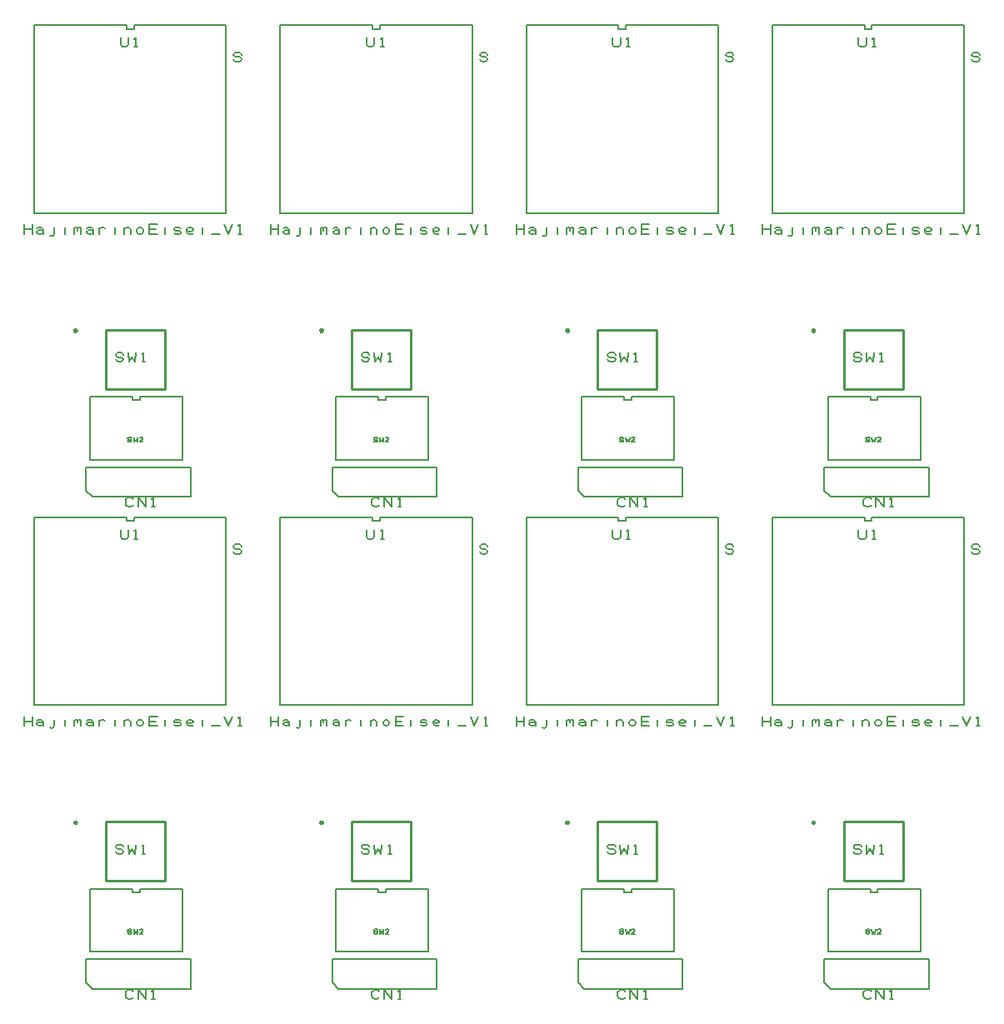
<source format=gbr>
G04 EasyPC Gerber Version 20.0.2 Build 4112 *
%FSLAX35Y35*%
%MOIN*%
%ADD74C,0.00500*%
%ADD11C,0.01000*%
X0Y0D02*
D02*
D11*
X33721Y80167D02*
X33707Y80054D01*
X33667Y79946*
X33601Y79852*
X33515Y79776*
X33414Y79722*
X33302Y79695*
X33188*
X33076Y79722*
X32975Y79776*
X32889Y79852*
X32824Y79946*
X32783Y80053*
X32769Y80167*
X33721D02*
X33707Y80054D01*
X33667Y79946*
X33601Y79852*
X33515Y79776*
X33414Y79722*
X33302Y79695*
X33188*
X33076Y79722*
X32975Y79776*
X32889Y79852*
X32824Y79946*
X32783Y80053*
X32769Y80167*
X32783Y80281*
X32823Y80389*
X32889Y80483*
X32974Y80559*
X33076Y80612*
X33187Y80640*
X33302*
X33413Y80612*
X33515Y80559*
X33601Y80483*
X33666Y80389*
X33707Y80281*
X33721Y80167*
Y277018D02*
X33707Y276904D01*
X33667Y276796*
X33601Y276702*
X33515Y276626*
X33414Y276573*
X33302Y276545*
X33188*
X33076Y276573*
X32975Y276626*
X32889Y276702*
X32824Y276796*
X32783Y276904*
X32769Y277018*
X33721D02*
X33707Y276904D01*
X33667Y276796*
X33601Y276702*
X33515Y276626*
X33414Y276573*
X33302Y276545*
X33188*
X33076Y276573*
X32975Y276626*
X32889Y276702*
X32824Y276796*
X32783Y276904*
X32769Y277018*
X32783Y277131*
X32823Y277239*
X32889Y277333*
X32974Y277409*
X33076Y277463*
X33187Y277490*
X33302*
X33413Y277463*
X33515Y277409*
X33601Y277333*
X33666Y277239*
X33707Y277132*
X33721Y277018*
X45481Y56785D02*
X69103D01*
Y80407*
X45481*
Y56785*
Y253636D02*
X69103D01*
Y277258*
X45481*
Y253636*
X132146Y80167D02*
X132132Y80054D01*
X132092Y79946*
X132026Y79852*
X131941Y79776*
X131839Y79722*
X131728Y79695*
X131613*
X131502Y79722*
X131400Y79776*
X131314Y79852*
X131249Y79946*
X131208Y80053*
X131194Y80167*
X132146D02*
X132132Y80054D01*
X132092Y79946*
X132026Y79852*
X131941Y79776*
X131839Y79722*
X131728Y79695*
X131613*
X131502Y79722*
X131400Y79776*
X131314Y79852*
X131249Y79946*
X131208Y80053*
X131194Y80167*
X131208Y80281*
X131248Y80389*
X131314Y80483*
X131400Y80559*
X131501Y80612*
X131613Y80640*
X131727*
X131839Y80612*
X131940Y80559*
X132026Y80483*
X132091Y80389*
X132132Y80281*
X132146Y80167*
Y277018D02*
X132132Y276904D01*
X132092Y276796*
X132026Y276702*
X131941Y276626*
X131839Y276573*
X131728Y276545*
X131613*
X131502Y276573*
X131400Y276626*
X131314Y276702*
X131249Y276796*
X131208Y276904*
X131194Y277018*
X132146D02*
X132132Y276904D01*
X132092Y276796*
X132026Y276702*
X131941Y276626*
X131839Y276573*
X131728Y276545*
X131613*
X131502Y276573*
X131400Y276626*
X131314Y276702*
X131249Y276796*
X131208Y276904*
X131194Y277018*
X131208Y277131*
X131248Y277239*
X131314Y277333*
X131400Y277409*
X131501Y277463*
X131613Y277490*
X131727*
X131839Y277463*
X131940Y277409*
X132026Y277333*
X132091Y277239*
X132132Y277132*
X132146Y277018*
X143906Y56785D02*
X167528D01*
Y80407*
X143906*
Y56785*
Y253636D02*
X167528D01*
Y277258*
X143906*
Y253636*
X230571Y80167D02*
X230557Y80054D01*
X230517Y79946*
X230452Y79852*
X230366Y79776*
X230264Y79722*
X230153Y79695*
X230038*
X229927Y79722*
X229825Y79776*
X229739Y79852*
X229674Y79946*
X229633Y80053*
X229619Y80167*
X230571D02*
X230557Y80054D01*
X230517Y79946*
X230452Y79852*
X230366Y79776*
X230264Y79722*
X230153Y79695*
X230038*
X229927Y79722*
X229825Y79776*
X229739Y79852*
X229674Y79946*
X229633Y80053*
X229619Y80167*
X229633Y80281*
X229674Y80389*
X229739Y80483*
X229825Y80559*
X229926Y80612*
X230038Y80640*
X230152*
X230264Y80612*
X230365Y80559*
X230451Y80483*
X230517Y80389*
X230557Y80281*
X230571Y80167*
Y277018D02*
X230557Y276904D01*
X230517Y276796*
X230452Y276702*
X230366Y276626*
X230264Y276573*
X230153Y276545*
X230038*
X229927Y276573*
X229825Y276626*
X229739Y276702*
X229674Y276796*
X229633Y276904*
X229619Y277018*
X230571D02*
X230557Y276904D01*
X230517Y276796*
X230452Y276702*
X230366Y276626*
X230264Y276573*
X230153Y276545*
X230038*
X229927Y276573*
X229825Y276626*
X229739Y276702*
X229674Y276796*
X229633Y276904*
X229619Y277018*
X229633Y277131*
X229674Y277239*
X229739Y277333*
X229825Y277409*
X229926Y277463*
X230038Y277490*
X230152*
X230264Y277463*
X230365Y277409*
X230451Y277333*
X230517Y277239*
X230557Y277132*
X230571Y277018*
X242331Y56785D02*
X265954D01*
Y80407*
X242331*
Y56785*
Y253636D02*
X265954D01*
Y277258*
X242331*
Y253636*
X328996Y80167D02*
X328983Y80054D01*
X328942Y79946*
X328877Y79852*
X328791Y79776*
X328689Y79722*
X328578Y79695*
X328463*
X328352Y79722*
X328250Y79776*
X328165Y79852*
X328099Y79946*
X328059Y80053*
X328044Y80167*
X328996D02*
X328983Y80054D01*
X328942Y79946*
X328877Y79852*
X328791Y79776*
X328689Y79722*
X328578Y79695*
X328463*
X328352Y79722*
X328250Y79776*
X328165Y79852*
X328099Y79946*
X328059Y80053*
X328044Y80167*
X328058Y80281*
X328099Y80389*
X328164Y80483*
X328250Y80559*
X328352Y80612*
X328463Y80640*
X328578*
X328689Y80612*
X328791Y80559*
X328876Y80483*
X328942Y80389*
X328982Y80281*
X328996Y80167*
Y277018D02*
X328983Y276904D01*
X328942Y276796*
X328877Y276702*
X328791Y276626*
X328689Y276573*
X328578Y276545*
X328463*
X328352Y276573*
X328250Y276626*
X328165Y276702*
X328099Y276796*
X328059Y276904*
X328044Y277018*
X328996D02*
X328983Y276904D01*
X328942Y276796*
X328877Y276702*
X328791Y276626*
X328689Y276573*
X328578Y276545*
X328463*
X328352Y276573*
X328250Y276626*
X328165Y276702*
X328099Y276796*
X328059Y276904*
X328044Y277018*
X328058Y277131*
X328099Y277239*
X328164Y277333*
X328250Y277409*
X328352Y277463*
X328463Y277490*
X328578*
X328689Y277463*
X328791Y277409*
X328876Y277333*
X328942Y277239*
X328982Y277132*
X328996Y277018*
X340757Y56785D02*
X364379D01*
Y80407*
X340757*
Y56785*
Y253636D02*
X364379D01*
Y277258*
X340757*
Y253636*
D02*
D74*
X13001Y118746D02*
Y122496D01*
Y120622D02*
X16126D01*
Y118746D02*
Y122496D01*
X18001Y120934D02*
X18626Y121246D01*
X19563*
X20188Y120934*
X20501Y120309*
Y119372*
X20188Y119059*
X19563Y118746*
X18938*
X18313Y119059*
X18001Y119372*
Y119684*
X18313Y119996*
X18938Y120309*
X19563*
X20188Y119996*
X20501Y119684*
Y119372D02*
Y118746D01*
X23313Y118122D02*
X23938Y117809D01*
X24563Y118122*
X24876Y118746*
Y121246*
Y122184D02*
X29251Y118746*
Y121246D01*
Y122184D02*
X33001Y118746*
Y121246D01*
Y120934D02*
X33313Y121246D01*
X33938*
X34251Y120934*
Y119996*
Y120934D02*
X34563Y121246D01*
X35188*
X35501Y120934*
Y118746*
X38001Y120934D02*
X38626Y121246D01*
X39563*
X40188Y120934*
X40501Y120309*
Y119372*
X40188Y119059*
X39563Y118746*
X38938*
X38313Y119059*
X38001Y119372*
Y119684*
X38313Y119996*
X38938Y120309*
X39563*
X40188Y119996*
X40501Y119684*
Y119372D02*
Y118746D01*
X43001D02*
Y121246D01*
Y120309D02*
X43313Y120934D01*
X43938Y121246*
X44563*
X45188Y120934*
X49251Y118746D02*
Y121246D01*
Y122184D02*
X53001Y118746*
Y121246D01*
Y120309D02*
X53313Y120934D01*
X53938Y121246*
X54563*
X55188Y120934*
X55501Y120309*
Y118746*
X58001Y119684D02*
X58313Y119059D01*
X58938Y118746*
X59563*
X60188Y119059*
X60501Y119684*
Y120309*
X60188Y120934*
X59563Y121246*
X58938*
X58313Y120934*
X58001Y120309*
Y119684*
X63001Y118746D02*
Y122496D01*
X66126*
X65501Y120622D02*
X63001D01*
Y118746D02*
X66126D01*
X69251D02*
Y121246D01*
Y122184D02*
X73001Y119059*
X73626Y118746D01*
X74876*
X75501Y119059*
Y119684*
X74876Y119996*
X73626*
X73001Y120309*
Y120934*
X73626Y121246*
X74876*
X75501Y120934*
X80501Y119059D02*
X80188Y118746D01*
X79563*
X78938*
X78313Y119059*
X78001Y119684*
Y120622*
X78313Y120934*
X78938Y121246*
X79563*
X80188Y120934*
X80501Y120622*
Y120309*
X80188Y119996*
X79563Y119684*
X78938*
X78313Y119996*
X78001Y120309*
X84251Y118746D02*
Y121246D01*
Y122184D02*
X88001Y118746*
X91126D01*
X93001Y122496D02*
X94563Y118746D01*
X96126Y122496*
X98626Y118746D02*
X99876D01*
X99251D02*
Y122496D01*
X98626Y121872*
X13001Y315597D02*
Y319347D01*
Y317472D02*
X16126D01*
Y315597D02*
Y319347D01*
X18001Y317785D02*
X18626Y318097D01*
X19563*
X20188Y317785*
X20501Y317159*
Y316222*
X20188Y315909*
X19563Y315597*
X18938*
X18313Y315909*
X18001Y316222*
Y316535*
X18313Y316847*
X18938Y317159*
X19563*
X20188Y316847*
X20501Y316535*
Y316222D02*
Y315597D01*
X23313Y314972D02*
X23938Y314659D01*
X24563Y314972*
X24876Y315597*
Y318097*
Y319035D02*
X29251Y315597*
Y318097D01*
Y319035D02*
X33001Y315597*
Y318097D01*
Y317785D02*
X33313Y318097D01*
X33938*
X34251Y317785*
Y316847*
Y317785D02*
X34563Y318097D01*
X35188*
X35501Y317785*
Y315597*
X38001Y317785D02*
X38626Y318097D01*
X39563*
X40188Y317785*
X40501Y317159*
Y316222*
X40188Y315909*
X39563Y315597*
X38938*
X38313Y315909*
X38001Y316222*
Y316535*
X38313Y316847*
X38938Y317159*
X39563*
X40188Y316847*
X40501Y316535*
Y316222D02*
Y315597D01*
X43001D02*
Y318097D01*
Y317159D02*
X43313Y317785D01*
X43938Y318097*
X44563*
X45188Y317785*
X49251Y315597D02*
Y318097D01*
Y319035D02*
X53001Y315597*
Y318097D01*
Y317159D02*
X53313Y317785D01*
X53938Y318097*
X54563*
X55188Y317785*
X55501Y317159*
Y315597*
X58001Y316535D02*
X58313Y315909D01*
X58938Y315597*
X59563*
X60188Y315909*
X60501Y316535*
Y317159*
X60188Y317785*
X59563Y318097*
X58938*
X58313Y317785*
X58001Y317159*
Y316535*
X63001Y315597D02*
Y319347D01*
X66126*
X65501Y317472D02*
X63001D01*
Y315597D02*
X66126D01*
X69251D02*
Y318097D01*
Y319035D02*
X73001Y315909*
X73626Y315597D01*
X74876*
X75501Y315909*
Y316535*
X74876Y316847*
X73626*
X73001Y317159*
Y317785*
X73626Y318097*
X74876*
X75501Y317785*
X80501Y315909D02*
X80188Y315597D01*
X79563*
X78938*
X78313Y315909*
X78001Y316535*
Y317472*
X78313Y317785*
X78938Y318097*
X79563*
X80188Y317785*
X80501Y317472*
Y317159*
X80188Y316847*
X79563Y316535*
X78938*
X78313Y316847*
X78001Y317159*
X84251Y315597D02*
Y318097D01*
Y319035D02*
X88001Y315597*
X91126D01*
X93001Y319347D02*
X94563Y315597D01*
X96126Y319347*
X98626Y315597D02*
X99876D01*
X99251D02*
Y319347D01*
X98626Y318722*
X37607Y25329D02*
X79418D01*
Y13518*
X40107*
X37607Y16018*
Y25329*
Y222179D02*
X79418D01*
Y210368*
X40107*
X37607Y212868*
Y222179*
X49418Y68503D02*
X49731Y67878D01*
X50356Y67565*
X51606*
X52231Y67878*
X52543Y68503*
X52231Y69128*
X51606Y69441*
X50356*
X49731Y69753*
X49418Y70378*
X49731Y71003*
X50356Y71315*
X51606*
X52231Y71003*
X52543Y70378*
X54418Y71315D02*
X54731Y67565D01*
X55981Y69441*
X57231Y67565*
X57543Y71315*
X60043Y67565D02*
X61293D01*
X60668D02*
Y71315D01*
X60043Y70691*
X49418Y265354D02*
X49731Y264728D01*
X50356Y264416*
X51606*
X52231Y264728*
X52543Y265354*
X52231Y265978*
X51606Y266291*
X50356*
X49731Y266604*
X49418Y267228*
X49731Y267854*
X50356Y268166*
X51606*
X52231Y267854*
X52543Y267228*
X54418Y268166D02*
X54731Y264416D01*
X55981Y266291*
X57231Y264416*
X57543Y268166*
X60043Y264416D02*
X61293D01*
X60668D02*
Y268166D01*
X60043Y267541*
X51387Y197300D02*
Y194487D01*
X51699Y193862*
X52324Y193550*
X53574*
X54199Y193862*
X54512Y194487*
Y197300*
X57012Y193550D02*
X58262D01*
X57637D02*
Y197300D01*
X57012Y196675*
X51387Y394150D02*
Y391338D01*
X51699Y390713*
X52324Y390400*
X53574*
X54199Y390713*
X54512Y391338*
Y394150*
X57012Y390400D02*
X58262D01*
X57637D02*
Y394150D01*
X57012Y393525*
X56480Y10120D02*
X56168Y9807D01*
X55543Y9494*
X54605*
X53980Y9807*
X53668Y10120*
X53355Y10744*
Y11994*
X53668Y12620*
X53980Y12932*
X54605Y13244*
X55543*
X56168Y12932*
X56480Y12620*
X58355Y9494D02*
Y13244D01*
X61480Y9494*
Y13244*
X63980Y9494D02*
X65230D01*
X64605D02*
Y13244D01*
X63980Y12620*
X56480Y206970D02*
X56168Y206657D01*
X55543Y206345*
X54605*
X53980Y206657*
X53668Y206970*
X53355Y207595*
Y208845*
X53668Y209470*
X53980Y209783*
X54605Y210095*
X55543*
X56168Y209783*
X56480Y209470*
X58355Y206345D02*
Y210095D01*
X61480Y206345*
Y210095*
X63980Y206345D02*
X65230D01*
X64605D02*
Y210095D01*
X63980Y209470*
X54339Y36018D02*
X54487Y35722D01*
X54782Y35575*
X55373*
X55668Y35722*
X55816Y36018*
X55668Y36313*
X55373Y36461*
X54782*
X54487Y36608*
X54339Y36904*
X54487Y37199*
X54782Y37346*
X55373*
X55668Y37199*
X55816Y36904*
X56702Y37346D02*
X56849Y35575D01*
X57440Y36461*
X58030Y35575*
X58178Y37346*
X60245Y35575D02*
X59064D01*
X60097Y36608*
X60245Y36904*
X60097Y37199*
X59802Y37346*
X59359*
X59064Y37199*
X54339Y232868D02*
X54487Y232573D01*
X54782Y232425*
X55373*
X55668Y232573*
X55816Y232868*
X55668Y233163*
X55373Y233311*
X54782*
X54487Y233459*
X54339Y233754*
X54487Y234049*
X54782Y234197*
X55373*
X55668Y234049*
X55816Y233754*
X56702Y234197D02*
X56849Y232425D01*
X57440Y233311*
X58030Y232425*
X58178Y234197*
X60245Y232425D02*
X59064D01*
X60097Y233459*
X60245Y233754*
X60097Y234049*
X59802Y234197*
X59359*
X59064Y234049*
X76091Y53636D02*
Y28380D01*
X39083*
Y53636*
X56111*
Y52159*
X59064*
Y53636*
X76091*
Y250486D02*
Y225230D01*
X39083*
Y250486*
X56111*
Y249010*
X59064*
Y250486*
X76091*
X93611Y202238D02*
Y127041D01*
X16839*
Y202238*
X53749*
Y200762*
X56702*
Y202238*
X93611*
Y399089D02*
Y323892D01*
X16839*
Y399089*
X53749*
Y397612*
X56702*
Y399089*
X93611*
X96662Y188582D02*
X96975Y187957D01*
X97600Y187644*
X98850*
X99475Y187957*
X99787Y188582*
X99475Y189207*
X98850Y189519*
X97600*
X96975Y189832*
X96662Y190457*
X96975Y191082*
X97600Y191394*
X98850*
X99475Y191082*
X99787Y190457*
X96662Y385432D02*
X96975Y384807D01*
X97600Y384494*
X98850*
X99475Y384807*
X99787Y385432*
X99475Y386057*
X98850Y386370*
X97600*
X96975Y386682*
X96662Y387307*
X96975Y387932*
X97600Y388244*
X98850*
X99475Y387932*
X99787Y387307*
X111426Y118746D02*
Y122496D01*
Y120622D02*
X114551D01*
Y118746D02*
Y122496D01*
X116426Y120934D02*
X117051Y121246D01*
X117989*
X118613Y120934*
X118926Y120309*
Y119372*
X118613Y119059*
X117989Y118746*
X117363*
X116739Y119059*
X116426Y119372*
Y119684*
X116739Y119996*
X117363Y120309*
X117989*
X118613Y119996*
X118926Y119684*
Y119372D02*
Y118746D01*
X121739Y118122D02*
X122363Y117809D01*
X122989Y118122*
X123301Y118746*
Y121246*
Y122184D02*
X127676Y118746*
Y121246D01*
Y122184D02*
X131426Y118746*
Y121246D01*
Y120934D02*
X131739Y121246D01*
X132363*
X132676Y120934*
Y119996*
Y120934D02*
X132989Y121246D01*
X133613*
X133926Y120934*
Y118746*
X136426Y120934D02*
X137051Y121246D01*
X137989*
X138613Y120934*
X138926Y120309*
Y119372*
X138613Y119059*
X137989Y118746*
X137363*
X136739Y119059*
X136426Y119372*
Y119684*
X136739Y119996*
X137363Y120309*
X137989*
X138613Y119996*
X138926Y119684*
Y119372D02*
Y118746D01*
X141426D02*
Y121246D01*
Y120309D02*
X141739Y120934D01*
X142363Y121246*
X142989*
X143613Y120934*
X147676Y118746D02*
Y121246D01*
Y122184D02*
X151426Y118746*
Y121246D01*
Y120309D02*
X151739Y120934D01*
X152363Y121246*
X152989*
X153613Y120934*
X153926Y120309*
Y118746*
X156426Y119684D02*
X156739Y119059D01*
X157363Y118746*
X157989*
X158613Y119059*
X158926Y119684*
Y120309*
X158613Y120934*
X157989Y121246*
X157363*
X156739Y120934*
X156426Y120309*
Y119684*
X161426Y118746D02*
Y122496D01*
X164551*
X163926Y120622D02*
X161426D01*
Y118746D02*
X164551D01*
X167676D02*
Y121246D01*
Y122184D02*
X171426Y119059*
X172051Y118746D01*
X173301*
X173926Y119059*
Y119684*
X173301Y119996*
X172051*
X171426Y120309*
Y120934*
X172051Y121246*
X173301*
X173926Y120934*
X178926Y119059D02*
X178613Y118746D01*
X177989*
X177363*
X176739Y119059*
X176426Y119684*
Y120622*
X176739Y120934*
X177363Y121246*
X177989*
X178613Y120934*
X178926Y120622*
Y120309*
X178613Y119996*
X177989Y119684*
X177363*
X176739Y119996*
X176426Y120309*
X182676Y118746D02*
Y121246D01*
Y122184D02*
X186426Y118746*
X189551D01*
X191426Y122496D02*
X192989Y118746D01*
X194551Y122496*
X197051Y118746D02*
X198301D01*
X197676D02*
Y122496D01*
X197051Y121872*
X111426Y315597D02*
Y319347D01*
Y317472D02*
X114551D01*
Y315597D02*
Y319347D01*
X116426Y317785D02*
X117051Y318097D01*
X117989*
X118613Y317785*
X118926Y317159*
Y316222*
X118613Y315909*
X117989Y315597*
X117363*
X116739Y315909*
X116426Y316222*
Y316535*
X116739Y316847*
X117363Y317159*
X117989*
X118613Y316847*
X118926Y316535*
Y316222D02*
Y315597D01*
X121739Y314972D02*
X122363Y314659D01*
X122989Y314972*
X123301Y315597*
Y318097*
Y319035D02*
X127676Y315597*
Y318097D01*
Y319035D02*
X131426Y315597*
Y318097D01*
Y317785D02*
X131739Y318097D01*
X132363*
X132676Y317785*
Y316847*
Y317785D02*
X132989Y318097D01*
X133613*
X133926Y317785*
Y315597*
X136426Y317785D02*
X137051Y318097D01*
X137989*
X138613Y317785*
X138926Y317159*
Y316222*
X138613Y315909*
X137989Y315597*
X137363*
X136739Y315909*
X136426Y316222*
Y316535*
X136739Y316847*
X137363Y317159*
X137989*
X138613Y316847*
X138926Y316535*
Y316222D02*
Y315597D01*
X141426D02*
Y318097D01*
Y317159D02*
X141739Y317785D01*
X142363Y318097*
X142989*
X143613Y317785*
X147676Y315597D02*
Y318097D01*
Y319035D02*
X151426Y315597*
Y318097D01*
Y317159D02*
X151739Y317785D01*
X152363Y318097*
X152989*
X153613Y317785*
X153926Y317159*
Y315597*
X156426Y316535D02*
X156739Y315909D01*
X157363Y315597*
X157989*
X158613Y315909*
X158926Y316535*
Y317159*
X158613Y317785*
X157989Y318097*
X157363*
X156739Y317785*
X156426Y317159*
Y316535*
X161426Y315597D02*
Y319347D01*
X164551*
X163926Y317472D02*
X161426D01*
Y315597D02*
X164551D01*
X167676D02*
Y318097D01*
Y319035D02*
X171426Y315909*
X172051Y315597D01*
X173301*
X173926Y315909*
Y316535*
X173301Y316847*
X172051*
X171426Y317159*
Y317785*
X172051Y318097*
X173301*
X173926Y317785*
X178926Y315909D02*
X178613Y315597D01*
X177989*
X177363*
X176739Y315909*
X176426Y316535*
Y317472*
X176739Y317785*
X177363Y318097*
X177989*
X178613Y317785*
X178926Y317472*
Y317159*
X178613Y316847*
X177989Y316535*
X177363*
X176739Y316847*
X176426Y317159*
X182676Y315597D02*
Y318097D01*
Y319035D02*
X186426Y315597*
X189551D01*
X191426Y319347D02*
X192989Y315597D01*
X194551Y319347*
X197051Y315597D02*
X198301D01*
X197676D02*
Y319347D01*
X197051Y318722*
X136032Y25329D02*
X177843D01*
Y13518*
X138532*
X136032Y16018*
Y25329*
Y222179D02*
X177843D01*
Y210368*
X138532*
X136032Y212868*
Y222179*
X147843Y68503D02*
X148156Y67878D01*
X148781Y67565*
X150031*
X150656Y67878*
X150969Y68503*
X150656Y69128*
X150031Y69441*
X148781*
X148156Y69753*
X147843Y70378*
X148156Y71003*
X148781Y71315*
X150031*
X150656Y71003*
X150969Y70378*
X152843Y71315D02*
X153156Y67565D01*
X154406Y69441*
X155656Y67565*
X155969Y71315*
X158469Y67565D02*
X159719D01*
X159093D02*
Y71315D01*
X158469Y70691*
X147843Y265354D02*
X148156Y264728D01*
X148781Y264416*
X150031*
X150656Y264728*
X150969Y265354*
X150656Y265978*
X150031Y266291*
X148781*
X148156Y266604*
X147843Y267228*
X148156Y267854*
X148781Y268166*
X150031*
X150656Y267854*
X150969Y267228*
X152843Y268166D02*
X153156Y264416D01*
X154406Y266291*
X155656Y264416*
X155969Y268166*
X158469Y264416D02*
X159719D01*
X159093D02*
Y268166D01*
X158469Y267541*
X149812Y197300D02*
Y194487D01*
X150124Y193862*
X150749Y193550*
X151999*
X152624Y193862*
X152937Y194487*
Y197300*
X155437Y193550D02*
X156687D01*
X156062D02*
Y197300D01*
X155437Y196675*
X149812Y394150D02*
Y391338D01*
X150124Y390713*
X150749Y390400*
X151999*
X152624Y390713*
X152937Y391338*
Y394150*
X155437Y390400D02*
X156687D01*
X156062D02*
Y394150D01*
X155437Y393525*
X154906Y10120D02*
X154593Y9807D01*
X153968Y9494*
X153030*
X152406Y9807*
X152093Y10120*
X151780Y10744*
Y11994*
X152093Y12620*
X152406Y12932*
X153030Y13244*
X153968*
X154593Y12932*
X154906Y12620*
X156780Y9494D02*
Y13244D01*
X159906Y9494*
Y13244*
X162406Y9494D02*
X163656D01*
X163030D02*
Y13244D01*
X162406Y12620*
X154906Y206970D02*
X154593Y206657D01*
X153968Y206345*
X153030*
X152406Y206657*
X152093Y206970*
X151780Y207595*
Y208845*
X152093Y209470*
X152406Y209783*
X153030Y210095*
X153968*
X154593Y209783*
X154906Y209470*
X156780Y206345D02*
Y210095D01*
X159906Y206345*
Y210095*
X162406Y206345D02*
X163656D01*
X163030D02*
Y210095D01*
X162406Y209470*
X152765Y36018D02*
X152912Y35722D01*
X153207Y35575*
X153798*
X154093Y35722*
X154241Y36018*
X154093Y36313*
X153798Y36461*
X153207*
X152912Y36608*
X152765Y36904*
X152912Y37199*
X153207Y37346*
X153798*
X154093Y37199*
X154241Y36904*
X155127Y37346D02*
X155274Y35575D01*
X155865Y36461*
X156456Y35575*
X156603Y37346*
X158670Y35575D02*
X157489D01*
X158522Y36608*
X158670Y36904*
X158522Y37199*
X158227Y37346*
X157784*
X157489Y37199*
X152765Y232868D02*
X152912Y232573D01*
X153207Y232425*
X153798*
X154093Y232573*
X154241Y232868*
X154093Y233163*
X153798Y233311*
X153207*
X152912Y233459*
X152765Y233754*
X152912Y234049*
X153207Y234197*
X153798*
X154093Y234049*
X154241Y233754*
X155127Y234197D02*
X155274Y232425D01*
X155865Y233311*
X156456Y232425*
X156603Y234197*
X158670Y232425D02*
X157489D01*
X158522Y233459*
X158670Y233754*
X158522Y234049*
X158227Y234197*
X157784*
X157489Y234049*
X174517Y53636D02*
Y28380D01*
X137509*
Y53636*
X154536*
Y52159*
X157489*
Y53636*
X174517*
Y250486D02*
Y225230D01*
X137509*
Y250486*
X154536*
Y249010*
X157489*
Y250486*
X174517*
X192036Y202238D02*
Y127041D01*
X115265*
Y202238*
X152174*
Y200762*
X155127*
Y202238*
X192036*
Y399089D02*
Y323892D01*
X115265*
Y399089*
X152174*
Y397612*
X155127*
Y399089*
X192036*
X195087Y188582D02*
X195400Y187957D01*
X196025Y187644*
X197275*
X197900Y187957*
X198213Y188582*
X197900Y189207*
X197275Y189519*
X196025*
X195400Y189832*
X195087Y190457*
X195400Y191082*
X196025Y191394*
X197275*
X197900Y191082*
X198213Y190457*
X195087Y385432D02*
X195400Y384807D01*
X196025Y384494*
X197275*
X197900Y384807*
X198213Y385432*
X197900Y386057*
X197275Y386370*
X196025*
X195400Y386682*
X195087Y387307*
X195400Y387932*
X196025Y388244*
X197275*
X197900Y387932*
X198213Y387307*
X209851Y118746D02*
Y122496D01*
Y120622D02*
X212976D01*
Y118746D02*
Y122496D01*
X214851Y120934D02*
X215476Y121246D01*
X216414*
X217039Y120934*
X217351Y120309*
Y119372*
X217039Y119059*
X216414Y118746*
X215789*
X215164Y119059*
X214851Y119372*
Y119684*
X215164Y119996*
X215789Y120309*
X216414*
X217039Y119996*
X217351Y119684*
Y119372D02*
Y118746D01*
X220164Y118122D02*
X220789Y117809D01*
X221414Y118122*
X221726Y118746*
Y121246*
Y122184D02*
X226101Y118746*
Y121246D01*
Y122184D02*
X229851Y118746*
Y121246D01*
Y120934D02*
X230164Y121246D01*
X230789*
X231101Y120934*
Y119996*
Y120934D02*
X231414Y121246D01*
X232039*
X232351Y120934*
Y118746*
X234851Y120934D02*
X235476Y121246D01*
X236414*
X237039Y120934*
X237351Y120309*
Y119372*
X237039Y119059*
X236414Y118746*
X235789*
X235164Y119059*
X234851Y119372*
Y119684*
X235164Y119996*
X235789Y120309*
X236414*
X237039Y119996*
X237351Y119684*
Y119372D02*
Y118746D01*
X239851D02*
Y121246D01*
Y120309D02*
X240164Y120934D01*
X240789Y121246*
X241414*
X242039Y120934*
X246101Y118746D02*
Y121246D01*
Y122184D02*
X249851Y118746*
Y121246D01*
Y120309D02*
X250164Y120934D01*
X250789Y121246*
X251414*
X252039Y120934*
X252351Y120309*
Y118746*
X254851Y119684D02*
X255164Y119059D01*
X255789Y118746*
X256414*
X257039Y119059*
X257351Y119684*
Y120309*
X257039Y120934*
X256414Y121246*
X255789*
X255164Y120934*
X254851Y120309*
Y119684*
X259851Y118746D02*
Y122496D01*
X262976*
X262351Y120622D02*
X259851D01*
Y118746D02*
X262976D01*
X266101D02*
Y121246D01*
Y122184D02*
X269851Y119059*
X270476Y118746D01*
X271726*
X272351Y119059*
Y119684*
X271726Y119996*
X270476*
X269851Y120309*
Y120934*
X270476Y121246*
X271726*
X272351Y120934*
X277351Y119059D02*
X277039Y118746D01*
X276414*
X275789*
X275164Y119059*
X274851Y119684*
Y120622*
X275164Y120934*
X275789Y121246*
X276414*
X277039Y120934*
X277351Y120622*
Y120309*
X277039Y119996*
X276414Y119684*
X275789*
X275164Y119996*
X274851Y120309*
X281101Y118746D02*
Y121246D01*
Y122184D02*
X284851Y118746*
X287976D01*
X289851Y122496D02*
X291414Y118746D01*
X292976Y122496*
X295476Y118746D02*
X296726D01*
X296101D02*
Y122496D01*
X295476Y121872*
X209851Y315597D02*
Y319347D01*
Y317472D02*
X212976D01*
Y315597D02*
Y319347D01*
X214851Y317785D02*
X215476Y318097D01*
X216414*
X217039Y317785*
X217351Y317159*
Y316222*
X217039Y315909*
X216414Y315597*
X215789*
X215164Y315909*
X214851Y316222*
Y316535*
X215164Y316847*
X215789Y317159*
X216414*
X217039Y316847*
X217351Y316535*
Y316222D02*
Y315597D01*
X220164Y314972D02*
X220789Y314659D01*
X221414Y314972*
X221726Y315597*
Y318097*
Y319035D02*
X226101Y315597*
Y318097D01*
Y319035D02*
X229851Y315597*
Y318097D01*
Y317785D02*
X230164Y318097D01*
X230789*
X231101Y317785*
Y316847*
Y317785D02*
X231414Y318097D01*
X232039*
X232351Y317785*
Y315597*
X234851Y317785D02*
X235476Y318097D01*
X236414*
X237039Y317785*
X237351Y317159*
Y316222*
X237039Y315909*
X236414Y315597*
X235789*
X235164Y315909*
X234851Y316222*
Y316535*
X235164Y316847*
X235789Y317159*
X236414*
X237039Y316847*
X237351Y316535*
Y316222D02*
Y315597D01*
X239851D02*
Y318097D01*
Y317159D02*
X240164Y317785D01*
X240789Y318097*
X241414*
X242039Y317785*
X246101Y315597D02*
Y318097D01*
Y319035D02*
X249851Y315597*
Y318097D01*
Y317159D02*
X250164Y317785D01*
X250789Y318097*
X251414*
X252039Y317785*
X252351Y317159*
Y315597*
X254851Y316535D02*
X255164Y315909D01*
X255789Y315597*
X256414*
X257039Y315909*
X257351Y316535*
Y317159*
X257039Y317785*
X256414Y318097*
X255789*
X255164Y317785*
X254851Y317159*
Y316535*
X259851Y315597D02*
Y319347D01*
X262976*
X262351Y317472D02*
X259851D01*
Y315597D02*
X262976D01*
X266101D02*
Y318097D01*
Y319035D02*
X269851Y315909*
X270476Y315597D01*
X271726*
X272351Y315909*
Y316535*
X271726Y316847*
X270476*
X269851Y317159*
Y317785*
X270476Y318097*
X271726*
X272351Y317785*
X277351Y315909D02*
X277039Y315597D01*
X276414*
X275789*
X275164Y315909*
X274851Y316535*
Y317472*
X275164Y317785*
X275789Y318097*
X276414*
X277039Y317785*
X277351Y317472*
Y317159*
X277039Y316847*
X276414Y316535*
X275789*
X275164Y316847*
X274851Y317159*
X281101Y315597D02*
Y318097D01*
Y319035D02*
X284851Y315597*
X287976D01*
X289851Y319347D02*
X291414Y315597D01*
X292976Y319347*
X295476Y315597D02*
X296726D01*
X296101D02*
Y319347D01*
X295476Y318722*
X234457Y25329D02*
X276269D01*
Y13518*
X236957*
X234457Y16018*
Y25329*
Y222179D02*
X276269D01*
Y210368*
X236957*
X234457Y212868*
Y222179*
X246269Y68503D02*
X246581Y67878D01*
X247206Y67565*
X248456*
X249081Y67878*
X249394Y68503*
X249081Y69128*
X248456Y69441*
X247206*
X246581Y69753*
X246269Y70378*
X246581Y71003*
X247206Y71315*
X248456*
X249081Y71003*
X249394Y70378*
X251269Y71315D02*
X251581Y67565D01*
X252831Y69441*
X254081Y67565*
X254394Y71315*
X256894Y67565D02*
X258144D01*
X257519D02*
Y71315D01*
X256894Y70691*
X246269Y265354D02*
X246581Y264728D01*
X247206Y264416*
X248456*
X249081Y264728*
X249394Y265354*
X249081Y265978*
X248456Y266291*
X247206*
X246581Y266604*
X246269Y267228*
X246581Y267854*
X247206Y268166*
X248456*
X249081Y267854*
X249394Y267228*
X251269Y268166D02*
X251581Y264416D01*
X252831Y266291*
X254081Y264416*
X254394Y268166*
X256894Y264416D02*
X258144D01*
X257519D02*
Y268166D01*
X256894Y267541*
X248237Y197300D02*
Y194487D01*
X248550Y193862*
X249174Y193550*
X250424*
X251050Y193862*
X251362Y194487*
Y197300*
X253862Y193550D02*
X255112D01*
X254487D02*
Y197300D01*
X253862Y196675*
X248237Y394150D02*
Y391338D01*
X248550Y390713*
X249174Y390400*
X250424*
X251050Y390713*
X251362Y391338*
Y394150*
X253862Y390400D02*
X255112D01*
X254487D02*
Y394150D01*
X253862Y393525*
X253331Y10120D02*
X253018Y9807D01*
X252393Y9494*
X251456*
X250831Y9807*
X250518Y10120*
X250206Y10744*
Y11994*
X250518Y12620*
X250831Y12932*
X251456Y13244*
X252393*
X253018Y12932*
X253331Y12620*
X255206Y9494D02*
Y13244D01*
X258331Y9494*
Y13244*
X260831Y9494D02*
X262081D01*
X261456D02*
Y13244D01*
X260831Y12620*
X253331Y206970D02*
X253018Y206657D01*
X252393Y206345*
X251456*
X250831Y206657*
X250518Y206970*
X250206Y207595*
Y208845*
X250518Y209470*
X250831Y209783*
X251456Y210095*
X252393*
X253018Y209783*
X253331Y209470*
X255206Y206345D02*
Y210095D01*
X258331Y206345*
Y210095*
X260831Y206345D02*
X262081D01*
X261456D02*
Y210095D01*
X260831Y209470*
X251190Y36018D02*
X251337Y35722D01*
X251633Y35575*
X252223*
X252519Y35722*
X252666Y36018*
X252519Y36313*
X252223Y36461*
X251633*
X251337Y36608*
X251190Y36904*
X251337Y37199*
X251633Y37346*
X252223*
X252519Y37199*
X252666Y36904*
X253552Y37346D02*
X253700Y35575D01*
X254290Y36461*
X254881Y35575*
X255028Y37346*
X257095Y35575D02*
X255914D01*
X256948Y36608*
X257095Y36904*
X256948Y37199*
X256652Y37346*
X256209*
X255914Y37199*
X251190Y232868D02*
X251337Y232573D01*
X251633Y232425*
X252223*
X252519Y232573*
X252666Y232868*
X252519Y233163*
X252223Y233311*
X251633*
X251337Y233459*
X251190Y233754*
X251337Y234049*
X251633Y234197*
X252223*
X252519Y234049*
X252666Y233754*
X253552Y234197D02*
X253700Y232425D01*
X254290Y233311*
X254881Y232425*
X255028Y234197*
X257095Y232425D02*
X255914D01*
X256948Y233459*
X257095Y233754*
X256948Y234049*
X256652Y234197*
X256209*
X255914Y234049*
X272942Y53636D02*
Y28380D01*
X235934*
Y53636*
X252961*
Y52159*
X255914*
Y53636*
X272942*
Y250486D02*
Y225230D01*
X235934*
Y250486*
X252961*
Y249010*
X255914*
Y250486*
X272942*
X290461Y202238D02*
Y127041D01*
X213690*
Y202238*
X250599*
Y200762*
X253552*
Y202238*
X290461*
Y399089D02*
Y323892D01*
X213690*
Y399089*
X250599*
Y397612*
X253552*
Y399089*
X290461*
X293513Y188582D02*
X293825Y187957D01*
X294450Y187644*
X295700*
X296325Y187957*
X296638Y188582*
X296325Y189207*
X295700Y189519*
X294450*
X293825Y189832*
X293513Y190457*
X293825Y191082*
X294450Y191394*
X295700*
X296325Y191082*
X296638Y190457*
X293513Y385432D02*
X293825Y384807D01*
X294450Y384494*
X295700*
X296325Y384807*
X296638Y385432*
X296325Y386057*
X295700Y386370*
X294450*
X293825Y386682*
X293513Y387307*
X293825Y387932*
X294450Y388244*
X295700*
X296325Y387932*
X296638Y387307*
X308276Y118746D02*
Y122496D01*
Y120622D02*
X311402D01*
Y118746D02*
Y122496D01*
X313276Y120934D02*
X313902Y121246D01*
X314839*
X315464Y120934*
X315776Y120309*
Y119372*
X315464Y119059*
X314839Y118746*
X314214*
X313589Y119059*
X313276Y119372*
Y119684*
X313589Y119996*
X314214Y120309*
X314839*
X315464Y119996*
X315776Y119684*
Y119372D02*
Y118746D01*
X318589Y118122D02*
X319214Y117809D01*
X319839Y118122*
X320152Y118746*
Y121246*
Y122184D02*
X324526Y118746*
Y121246D01*
Y122184D02*
X328276Y118746*
Y121246D01*
Y120934D02*
X328589Y121246D01*
X329214*
X329526Y120934*
Y119996*
Y120934D02*
X329839Y121246D01*
X330464*
X330776Y120934*
Y118746*
X333276Y120934D02*
X333902Y121246D01*
X334839*
X335464Y120934*
X335776Y120309*
Y119372*
X335464Y119059*
X334839Y118746*
X334214*
X333589Y119059*
X333276Y119372*
Y119684*
X333589Y119996*
X334214Y120309*
X334839*
X335464Y119996*
X335776Y119684*
Y119372D02*
Y118746D01*
X338276D02*
Y121246D01*
Y120309D02*
X338589Y120934D01*
X339214Y121246*
X339839*
X340464Y120934*
X344526Y118746D02*
Y121246D01*
Y122184D02*
X348276Y118746*
Y121246D01*
Y120309D02*
X348589Y120934D01*
X349214Y121246*
X349839*
X350464Y120934*
X350776Y120309*
Y118746*
X353276Y119684D02*
X353589Y119059D01*
X354214Y118746*
X354839*
X355464Y119059*
X355776Y119684*
Y120309*
X355464Y120934*
X354839Y121246*
X354214*
X353589Y120934*
X353276Y120309*
Y119684*
X358276Y118746D02*
Y122496D01*
X361402*
X360776Y120622D02*
X358276D01*
Y118746D02*
X361402D01*
X364526D02*
Y121246D01*
Y122184D02*
X368276Y119059*
X368902Y118746D01*
X370152*
X370776Y119059*
Y119684*
X370152Y119996*
X368902*
X368276Y120309*
Y120934*
X368902Y121246*
X370152*
X370776Y120934*
X375776Y119059D02*
X375464Y118746D01*
X374839*
X374214*
X373589Y119059*
X373276Y119684*
Y120622*
X373589Y120934*
X374214Y121246*
X374839*
X375464Y120934*
X375776Y120622*
Y120309*
X375464Y119996*
X374839Y119684*
X374214*
X373589Y119996*
X373276Y120309*
X379526Y118746D02*
Y121246D01*
Y122184D02*
X383276Y118746*
X386402D01*
X388276Y122496D02*
X389839Y118746D01*
X391402Y122496*
X393902Y118746D02*
X395152D01*
X394526D02*
Y122496D01*
X393902Y121872*
X308276Y315597D02*
Y319347D01*
Y317472D02*
X311402D01*
Y315597D02*
Y319347D01*
X313276Y317785D02*
X313902Y318097D01*
X314839*
X315464Y317785*
X315776Y317159*
Y316222*
X315464Y315909*
X314839Y315597*
X314214*
X313589Y315909*
X313276Y316222*
Y316535*
X313589Y316847*
X314214Y317159*
X314839*
X315464Y316847*
X315776Y316535*
Y316222D02*
Y315597D01*
X318589Y314972D02*
X319214Y314659D01*
X319839Y314972*
X320152Y315597*
Y318097*
Y319035D02*
X324526Y315597*
Y318097D01*
Y319035D02*
X328276Y315597*
Y318097D01*
Y317785D02*
X328589Y318097D01*
X329214*
X329526Y317785*
Y316847*
Y317785D02*
X329839Y318097D01*
X330464*
X330776Y317785*
Y315597*
X333276Y317785D02*
X333902Y318097D01*
X334839*
X335464Y317785*
X335776Y317159*
Y316222*
X335464Y315909*
X334839Y315597*
X334214*
X333589Y315909*
X333276Y316222*
Y316535*
X333589Y316847*
X334214Y317159*
X334839*
X335464Y316847*
X335776Y316535*
Y316222D02*
Y315597D01*
X338276D02*
Y318097D01*
Y317159D02*
X338589Y317785D01*
X339214Y318097*
X339839*
X340464Y317785*
X344526Y315597D02*
Y318097D01*
Y319035D02*
X348276Y315597*
Y318097D01*
Y317159D02*
X348589Y317785D01*
X349214Y318097*
X349839*
X350464Y317785*
X350776Y317159*
Y315597*
X353276Y316535D02*
X353589Y315909D01*
X354214Y315597*
X354839*
X355464Y315909*
X355776Y316535*
Y317159*
X355464Y317785*
X354839Y318097*
X354214*
X353589Y317785*
X353276Y317159*
Y316535*
X358276Y315597D02*
Y319347D01*
X361402*
X360776Y317472D02*
X358276D01*
Y315597D02*
X361402D01*
X364526D02*
Y318097D01*
Y319035D02*
X368276Y315909*
X368902Y315597D01*
X370152*
X370776Y315909*
Y316535*
X370152Y316847*
X368902*
X368276Y317159*
Y317785*
X368902Y318097*
X370152*
X370776Y317785*
X375776Y315909D02*
X375464Y315597D01*
X374839*
X374214*
X373589Y315909*
X373276Y316535*
Y317472*
X373589Y317785*
X374214Y318097*
X374839*
X375464Y317785*
X375776Y317472*
Y317159*
X375464Y316847*
X374839Y316535*
X374214*
X373589Y316847*
X373276Y317159*
X379526Y315597D02*
Y318097D01*
Y319035D02*
X383276Y315597*
X386402D01*
X388276Y319347D02*
X389839Y315597D01*
X391402Y319347*
X393902Y315597D02*
X395152D01*
X394526D02*
Y319347D01*
X393902Y318722*
X332883Y25329D02*
X374694D01*
Y13518*
X335383*
X332883Y16018*
Y25329*
Y222179D02*
X374694D01*
Y210368*
X335383*
X332883Y212868*
Y222179*
X344694Y68503D02*
X345006Y67878D01*
X345631Y67565*
X346881*
X347506Y67878*
X347819Y68503*
X347506Y69128*
X346881Y69441*
X345631*
X345006Y69753*
X344694Y70378*
X345006Y71003*
X345631Y71315*
X346881*
X347506Y71003*
X347819Y70378*
X349694Y71315D02*
X350006Y67565D01*
X351256Y69441*
X352506Y67565*
X352819Y71315*
X355319Y67565D02*
X356569D01*
X355944D02*
Y71315D01*
X355319Y70691*
X344694Y265354D02*
X345006Y264728D01*
X345631Y264416*
X346881*
X347506Y264728*
X347819Y265354*
X347506Y265978*
X346881Y266291*
X345631*
X345006Y266604*
X344694Y267228*
X345006Y267854*
X345631Y268166*
X346881*
X347506Y267854*
X347819Y267228*
X349694Y268166D02*
X350006Y264416D01*
X351256Y266291*
X352506Y264416*
X352819Y268166*
X355319Y264416D02*
X356569D01*
X355944D02*
Y268166D01*
X355319Y267541*
X346662Y197300D02*
Y194487D01*
X346975Y193862*
X347600Y193550*
X348850*
X349475Y193862*
X349787Y194487*
Y197300*
X352287Y193550D02*
X353537D01*
X352912D02*
Y197300D01*
X352287Y196675*
X346662Y394150D02*
Y391338D01*
X346975Y390713*
X347600Y390400*
X348850*
X349475Y390713*
X349787Y391338*
Y394150*
X352287Y390400D02*
X353537D01*
X352912D02*
Y394150D01*
X352287Y393525*
X351756Y10120D02*
X351443Y9807D01*
X350818Y9494*
X349881*
X349256Y9807*
X348943Y10120*
X348631Y10744*
Y11994*
X348943Y12620*
X349256Y12932*
X349881Y13244*
X350818*
X351443Y12932*
X351756Y12620*
X353631Y9494D02*
Y13244D01*
X356756Y9494*
Y13244*
X359256Y9494D02*
X360506D01*
X359881D02*
Y13244D01*
X359256Y12620*
X351756Y206970D02*
X351443Y206657D01*
X350818Y206345*
X349881*
X349256Y206657*
X348943Y206970*
X348631Y207595*
Y208845*
X348943Y209470*
X349256Y209783*
X349881Y210095*
X350818*
X351443Y209783*
X351756Y209470*
X353631Y206345D02*
Y210095D01*
X356756Y206345*
Y210095*
X359256Y206345D02*
X360506D01*
X359881D02*
Y210095D01*
X359256Y209470*
X349615Y36018D02*
X349763Y35722D01*
X350058Y35575*
X350648*
X350944Y35722*
X351091Y36018*
X350944Y36313*
X350648Y36461*
X350058*
X349763Y36608*
X349615Y36904*
X349763Y37199*
X350058Y37346*
X350648*
X350944Y37199*
X351091Y36904*
X351977Y37346D02*
X352125Y35575D01*
X352715Y36461*
X353306Y35575*
X353454Y37346*
X355520Y35575D02*
X354339D01*
X355373Y36608*
X355520Y36904*
X355373Y37199*
X355078Y37346*
X354635*
X354339Y37199*
X349615Y232868D02*
X349763Y232573D01*
X350058Y232425*
X350648*
X350944Y232573*
X351091Y232868*
X350944Y233163*
X350648Y233311*
X350058*
X349763Y233459*
X349615Y233754*
X349763Y234049*
X350058Y234197*
X350648*
X350944Y234049*
X351091Y233754*
X351977Y234197D02*
X352125Y232425D01*
X352715Y233311*
X353306Y232425*
X353454Y234197*
X355520Y232425D02*
X354339D01*
X355373Y233459*
X355520Y233754*
X355373Y234049*
X355078Y234197*
X354635*
X354339Y234049*
X371367Y53636D02*
Y28380D01*
X334359*
Y53636*
X351387*
Y52159*
X354339*
Y53636*
X371367*
Y250486D02*
Y225230D01*
X334359*
Y250486*
X351387*
Y249010*
X354339*
Y250486*
X371367*
X388887Y202238D02*
Y127041D01*
X312115*
Y202238*
X349024*
Y200762*
X351977*
Y202238*
X388887*
Y399089D02*
Y323892D01*
X312115*
Y399089*
X349024*
Y397612*
X351977*
Y399089*
X388887*
X391938Y188582D02*
X392250Y187957D01*
X392875Y187644*
X394125*
X394750Y187957*
X395063Y188582*
X394750Y189207*
X394125Y189519*
X392875*
X392250Y189832*
X391938Y190457*
X392250Y191082*
X392875Y191394*
X394125*
X394750Y191082*
X395063Y190457*
X391938Y385432D02*
X392250Y384807D01*
X392875Y384494*
X394125*
X394750Y384807*
X395063Y385432*
X394750Y386057*
X394125Y386370*
X392875*
X392250Y386682*
X391938Y387307*
X392250Y387932*
X392875Y388244*
X394125*
X394750Y387932*
X395063Y387307*
X0Y0D02*
M02*

</source>
